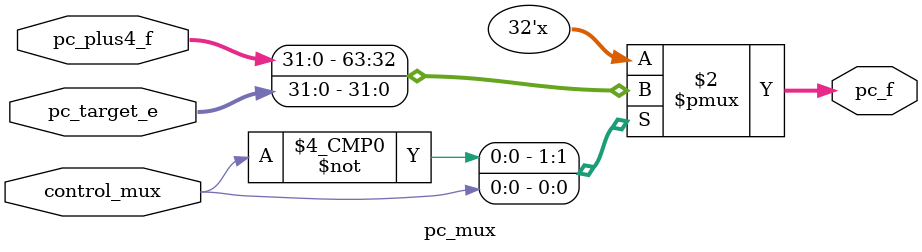
<source format=sv>
module pc_mux(pc_plus4_f, pc_target_e, control_mux, pc_f);
    input logic [31:0] pc_plus4_f, pc_target_e;
    input logic control_mux;
    output logic [31:0] pc_f;

    always_comb begin
        case(control_mux)
            0: pc_f = pc_plus4_f;
            1: pc_f = pc_target_e;
        endcase
    end
endmodule
</source>
